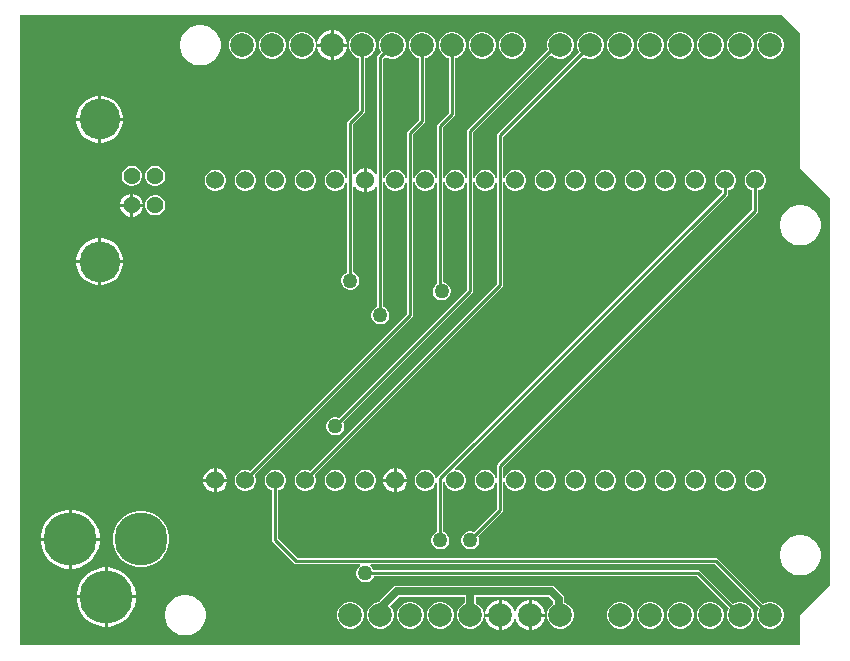
<source format=gbl>
%FSLAX66Y66*%
%MOIN*%
%SFA1B1*%

%IPPOS*%
%ADD12C,0.010000*%
%ADD19C,0.025000*%
%ADD20C,0.060000*%
%ADD21C,0.078740*%
%ADD22C,0.056338*%
%ADD23C,0.135827*%
%ADD24C,0.177165*%
%ADD25C,0.050000*%
%LNesp32-hwe-uno-1*%
%LPD*%
G36*
X2600000Y2040000D02*
Y1590000D01*
X2700000Y1490000*
Y200000*
X2600000Y100000*
Y0*
X0*
Y2100000*
X2540000*
X2600000Y2040000*
G37*
%LNesp32-hwe-uno-2*%
%LPC*%
G36*
X1046500Y2049370D02*
X1045000D01*
Y2005000*
X1089370*
Y2006500*
X1086003Y2019055*
X1079507Y2030314*
X1070314Y2039507*
X1059055Y2046003*
X1046500Y2049370*
G37*
G36*
X1035000D02*
X1033500D01*
X1020944Y2046003*
X1009685Y2039507*
X1000492Y2030314*
X993996Y2019055*
X990629Y2006500*
Y2005000*
X1035000*
Y2049370*
G37*
G36*
X2505842Y2044370D02*
X2494157D01*
X2482874Y2041346*
X2472755Y2035503*
X2464496Y2027244*
X2458653Y2017125*
X2455629Y2005842*
Y1994157*
X2458653Y1982874*
X2464496Y1972755*
X2472755Y1964496*
X2482874Y1958653*
X2494157Y1955629*
X2505842*
X2517125Y1958653*
X2527244Y1964496*
X2535503Y1972755*
X2541346Y1982874*
X2544370Y1994157*
Y2005842*
X2541346Y2017125*
X2535503Y2027244*
X2527244Y2035503*
X2517125Y2041346*
X2505842Y2044370*
G37*
G36*
X2405842D02*
X2394157D01*
X2382874Y2041346*
X2372755Y2035503*
X2364496Y2027244*
X2358653Y2017125*
X2355629Y2005842*
Y1994157*
X2358653Y1982874*
X2364496Y1972755*
X2372755Y1964496*
X2382874Y1958653*
X2394157Y1955629*
X2405842*
X2417125Y1958653*
X2427244Y1964496*
X2435503Y1972755*
X2441346Y1982874*
X2444370Y1994157*
Y2005842*
X2441346Y2017125*
X2435503Y2027244*
X2427244Y2035503*
X2417125Y2041346*
X2405842Y2044370*
G37*
G36*
X2305842D02*
X2294157D01*
X2282874Y2041346*
X2272755Y2035503*
X2264496Y2027244*
X2258653Y2017125*
X2255629Y2005842*
Y1994157*
X2258653Y1982874*
X2264496Y1972755*
X2272755Y1964496*
X2282874Y1958653*
X2294157Y1955629*
X2305842*
X2317125Y1958653*
X2327244Y1964496*
X2335503Y1972755*
X2341346Y1982874*
X2344370Y1994157*
Y2005842*
X2341346Y2017125*
X2335503Y2027244*
X2327244Y2035503*
X2317125Y2041346*
X2305842Y2044370*
G37*
G36*
X2205842D02*
X2194157D01*
X2182874Y2041346*
X2172755Y2035503*
X2164496Y2027244*
X2158653Y2017125*
X2155629Y2005842*
Y1994157*
X2158653Y1982874*
X2164496Y1972755*
X2172755Y1964496*
X2182874Y1958653*
X2194157Y1955629*
X2205842*
X2217125Y1958653*
X2227244Y1964496*
X2235503Y1972755*
X2241346Y1982874*
X2244370Y1994157*
Y2005842*
X2241346Y2017125*
X2235503Y2027244*
X2227244Y2035503*
X2217125Y2041346*
X2205842Y2044370*
G37*
G36*
X2105842D02*
X2094157D01*
X2082874Y2041346*
X2072755Y2035503*
X2064496Y2027244*
X2058653Y2017125*
X2055629Y2005842*
Y1994157*
X2058653Y1982874*
X2064496Y1972755*
X2072755Y1964496*
X2082874Y1958653*
X2094157Y1955629*
X2105842*
X2117125Y1958653*
X2127244Y1964496*
X2135503Y1972755*
X2141346Y1982874*
X2144370Y1994157*
Y2005842*
X2141346Y2017125*
X2135503Y2027244*
X2127244Y2035503*
X2117125Y2041346*
X2105842Y2044370*
G37*
G36*
X2005842D02*
X1994157D01*
X1982874Y2041346*
X1972755Y2035503*
X1964496Y2027244*
X1958653Y2017125*
X1955629Y2005842*
Y1994157*
X1958653Y1982874*
X1964496Y1972755*
X1972755Y1964496*
X1982874Y1958653*
X1994157Y1955629*
X2005842*
X2017125Y1958653*
X2027244Y1964496*
X2035503Y1972755*
X2041346Y1982874*
X2044370Y1994157*
Y2005842*
X2041346Y2017125*
X2035503Y2027244*
X2027244Y2035503*
X2017125Y2041346*
X2005842Y2044370*
G37*
G36*
X1905842D02*
X1894157D01*
X1882874Y2041346*
X1872755Y2035503*
X1864496Y2027244*
X1858653Y2017125*
X1855629Y2005842*
Y1994157*
X1858653Y1982874*
X1862240Y1976661*
X1592791Y1707208*
X1590578Y1703901*
X1589803Y1700000*
Y1555996*
X1584803Y1555338*
X1582614Y1563507*
X1578007Y1571492*
X1571492Y1578007*
X1563507Y1582614*
X1554606Y1585000*
X1545393*
X1536492Y1582614*
X1528507Y1578007*
X1521992Y1571492*
X1517385Y1563507*
X1515196Y1555338*
X1510196Y1555996*
Y1710775*
X1768334Y1968917*
X1772755Y1964496*
X1782874Y1958653*
X1794157Y1955629*
X1805842*
X1817125Y1958653*
X1827244Y1964496*
X1835503Y1972755*
X1841346Y1982874*
X1844370Y1994157*
Y2005842*
X1841346Y2017125*
X1835503Y2027244*
X1827244Y2035503*
X1817125Y2041346*
X1805842Y2044370*
X1794157*
X1782874Y2041346*
X1772755Y2035503*
X1764496Y2027244*
X1758653Y2017125*
X1755629Y2005842*
Y1994157*
X1757555Y1986972*
X1492791Y1722208*
X1490578Y1718901*
X1489803Y1715000*
Y1555996*
X1484803Y1555338*
X1482614Y1563507*
X1478007Y1571492*
X1471492Y1578007*
X1463507Y1582614*
X1454606Y1585000*
X1445393*
X1436492Y1582614*
X1428507Y1578007*
X1421992Y1571492*
X1417385Y1563507*
X1415196Y1555338*
X1410196Y1555996*
Y1725775*
X1447208Y1762791*
X1449421Y1766098*
X1450196Y1770000*
Y1956795*
X1457125Y1958653*
X1467244Y1964496*
X1475503Y1972755*
X1481346Y1982874*
X1484370Y1994157*
Y2005842*
X1481346Y2017125*
X1475503Y2027244*
X1467244Y2035503*
X1457125Y2041346*
X1445842Y2044370*
X1434157*
X1422874Y2041346*
X1412755Y2035503*
X1404496Y2027244*
X1398653Y2017125*
X1395629Y2005842*
Y1994157*
X1398653Y1982874*
X1404496Y1972755*
X1412755Y1964496*
X1422874Y1958653*
X1429803Y1956795*
Y1774224*
X1392791Y1737208*
X1390578Y1733901*
X1389803Y1730000*
Y1555996*
X1384803Y1555338*
X1382614Y1563507*
X1378007Y1571492*
X1371492Y1578007*
X1363507Y1582614*
X1354606Y1585000*
X1345393*
X1336492Y1582614*
X1328507Y1578007*
X1321992Y1571492*
X1317385Y1563507*
X1315196Y1555338*
X1310196Y1555996*
Y1703976*
X1347208Y1740988*
X1349421Y1744299*
X1350196Y1748200*
Y1956795*
X1357125Y1958653*
X1367244Y1964496*
X1375503Y1972755*
X1381346Y1982874*
X1384370Y1994157*
Y2005842*
X1381346Y2017125*
X1375503Y2027244*
X1367244Y2035503*
X1357125Y2041346*
X1345842Y2044370*
X1334157*
X1322874Y2041346*
X1312755Y2035503*
X1304496Y2027244*
X1298653Y2017125*
X1295629Y2005842*
Y1994157*
X1298653Y1982874*
X1304496Y1972755*
X1312755Y1964496*
X1322874Y1958653*
X1329803Y1956795*
Y1752421*
X1292791Y1715409*
X1290578Y1712102*
X1289803Y1708200*
Y1555996*
X1284803Y1555338*
X1282614Y1563507*
X1278007Y1571492*
X1271492Y1578007*
X1263507Y1582614*
X1254606Y1585000*
X1245393*
X1236492Y1582614*
X1228507Y1578007*
X1221992Y1571492*
X1217385Y1563507*
X1215196Y1555338*
X1210196Y1555996*
Y1955775*
X1216661Y1962240*
X1222874Y1958653*
X1234157Y1955629*
X1245842*
X1257125Y1958653*
X1267244Y1964496*
X1275503Y1972755*
X1281346Y1982874*
X1284370Y1994157*
Y2005842*
X1281346Y2017125*
X1275503Y2027244*
X1267244Y2035503*
X1257125Y2041346*
X1245842Y2044370*
X1234157*
X1222874Y2041346*
X1212755Y2035503*
X1204496Y2027244*
X1198653Y2017125*
X1195629Y2005842*
Y1994157*
X1198653Y1982874*
X1202240Y1976661*
X1192791Y1967208*
X1190578Y1963901*
X1189803Y1960000*
Y1571059*
X1184803Y1569716*
X1182007Y1574559*
X1174559Y1582007*
X1165440Y1587275*
X1155267Y1590000*
X1155000*
Y1550000*
Y1510000*
X1155267*
X1165440Y1512724*
X1174559Y1517992*
X1182007Y1525440*
X1184803Y1530283*
X1189803Y1528940*
Y1128326*
X1188421Y1127956*
X1181578Y1124003*
X1175996Y1118421*
X1172043Y1111578*
X1170000Y1103948*
Y1096051*
X1172043Y1088421*
X1175996Y1081578*
X1181578Y1075992*
X1188421Y1072043*
X1196051Y1070000*
X1203948*
X1211578Y1072043*
X1218421Y1075992*
X1224007Y1081578*
X1227956Y1088421*
X1230000Y1096051*
Y1103948*
X1227956Y1111578*
X1224007Y1118421*
X1218421Y1124003*
X1211578Y1127956*
X1210196Y1128326*
Y1544003*
X1215196Y1544661*
X1217385Y1536492*
X1221992Y1528507*
X1228507Y1521992*
X1236492Y1517385*
X1245393Y1515000*
X1254606*
X1263507Y1517385*
X1271492Y1521992*
X1278007Y1528507*
X1282614Y1536492*
X1284803Y1544661*
X1289803Y1544003*
Y1104224*
X766480Y580901*
X763507Y582614*
X754606Y585000*
X745393*
X736492Y582614*
X728507Y578007*
X721992Y571492*
X717385Y563507*
X715000Y554606*
Y545393*
X717385Y536492*
X721992Y528507*
X728507Y521992*
X736492Y517385*
X745393Y515000*
X754606*
X763507Y517385*
X771492Y521992*
X778007Y528507*
X782614Y536492*
X785000Y545393*
Y554606*
X782614Y563507*
X780901Y566480*
X1307208Y1092791*
X1309421Y1096098*
X1310196Y1100000*
Y1544003*
X1315196Y1544661*
X1317385Y1536492*
X1321992Y1528507*
X1328507Y1521992*
X1336492Y1517385*
X1345393Y1515000*
X1354606*
X1363507Y1517385*
X1371492Y1521992*
X1378007Y1528507*
X1382614Y1536492*
X1384803Y1544661*
X1389803Y1544003*
Y1205866*
X1386578Y1204007*
X1380996Y1198421*
X1377043Y1191578*
X1375000Y1183948*
Y1176051*
X1377043Y1168421*
X1380996Y1161578*
X1386578Y1155992*
X1393421Y1152043*
X1401051Y1150000*
X1408948*
X1416578Y1152043*
X1423421Y1155992*
X1429003Y1161578*
X1432956Y1168421*
X1435000Y1176051*
Y1183948*
X1432956Y1191578*
X1429003Y1198421*
X1423421Y1204007*
X1416578Y1207956*
X1410196Y1209665*
Y1544003*
X1415196Y1544661*
X1417385Y1536492*
X1421992Y1528507*
X1428507Y1521992*
X1436492Y1517385*
X1445393Y1515000*
X1454606*
X1463507Y1517385*
X1471492Y1521992*
X1478007Y1528507*
X1482614Y1536492*
X1484803Y1544661*
X1489803Y1544003*
Y1184224*
X1062818Y757240*
X1061578Y757956*
X1053948Y760000*
X1046051*
X1038421Y757956*
X1031578Y754007*
X1025992Y748421*
X1022043Y741578*
X1020000Y733948*
Y726051*
X1022043Y718421*
X1025992Y711578*
X1031578Y705992*
X1038421Y702043*
X1046051Y700000*
X1053948*
X1061578Y702043*
X1068421Y705992*
X1074007Y711578*
X1077956Y718421*
X1080000Y726051*
Y733948*
X1077956Y741578*
X1077240Y742818*
X1507208Y1172791*
X1509421Y1176098*
X1510196Y1180000*
Y1544003*
X1515196Y1544661*
X1517385Y1536492*
X1521992Y1528507*
X1528507Y1521992*
X1536492Y1517385*
X1545393Y1515000*
X1554606*
X1563507Y1517385*
X1571492Y1521992*
X1578007Y1528507*
X1582614Y1536492*
X1584803Y1544661*
X1589803Y1544003*
Y1204224*
X966480Y580901*
X963507Y582614*
X954606Y585000*
X945393*
X936492Y582614*
X928507Y578007*
X921992Y571492*
X917385Y563507*
X915000Y554606*
Y545393*
X917385Y536492*
X921992Y528507*
X928507Y521992*
X936492Y517385*
X945393Y515000*
X954606*
X963507Y517385*
X971492Y521992*
X978007Y528507*
X982614Y536492*
X985000Y545393*
Y554606*
X982614Y563507*
X980901Y566480*
X1607208Y1192791*
X1609421Y1196098*
X1610196Y1200000*
Y1544003*
X1615196Y1544661*
X1617385Y1536492*
X1621992Y1528507*
X1628507Y1521992*
X1636492Y1517385*
X1645393Y1515000*
X1654606*
X1663507Y1517385*
X1671492Y1521992*
X1678007Y1528507*
X1682614Y1536492*
X1685000Y1545393*
Y1554606*
X1682614Y1563507*
X1678007Y1571492*
X1671492Y1578007*
X1663507Y1582614*
X1654606Y1585000*
X1645393*
X1636492Y1582614*
X1628507Y1578007*
X1621992Y1571492*
X1617385Y1563507*
X1615196Y1555338*
X1610196Y1555996*
Y1695775*
X1876661Y1962240*
X1882874Y1958653*
X1894157Y1955629*
X1905842*
X1917125Y1958653*
X1927244Y1964496*
X1935503Y1972755*
X1941346Y1982874*
X1944370Y1994157*
Y2005842*
X1941346Y2017125*
X1935503Y2027244*
X1927244Y2035503*
X1917125Y2041346*
X1905842Y2044370*
G37*
G36*
X1645842D02*
X1634157D01*
X1622874Y2041346*
X1612755Y2035503*
X1604496Y2027244*
X1598653Y2017125*
X1595629Y2005842*
Y1994157*
X1598653Y1982874*
X1604496Y1972755*
X1612755Y1964496*
X1622874Y1958653*
X1634157Y1955629*
X1645842*
X1657125Y1958653*
X1667244Y1964496*
X1675503Y1972755*
X1681346Y1982874*
X1684370Y1994157*
Y2005842*
X1681346Y2017125*
X1675503Y2027244*
X1667244Y2035503*
X1657125Y2041346*
X1645842Y2044370*
G37*
G36*
X1545842D02*
X1534157D01*
X1522874Y2041346*
X1512755Y2035503*
X1504496Y2027244*
X1498653Y2017125*
X1495629Y2005842*
Y1994157*
X1498653Y1982874*
X1504496Y1972755*
X1512755Y1964496*
X1522874Y1958653*
X1534157Y1955629*
X1545842*
X1557125Y1958653*
X1567244Y1964496*
X1575503Y1972755*
X1581346Y1982874*
X1584370Y1994157*
Y2005842*
X1581346Y2017125*
X1575503Y2027244*
X1567244Y2035503*
X1557125Y2041346*
X1545842Y2044370*
G37*
G36*
X945842D02*
X934157D01*
X922874Y2041346*
X912755Y2035503*
X904496Y2027244*
X898653Y2017125*
X895629Y2005842*
Y1994157*
X898653Y1982874*
X904496Y1972755*
X912755Y1964496*
X922874Y1958653*
X934157Y1955629*
X945842*
X957125Y1958653*
X967244Y1964496*
X975503Y1972755*
X981346Y1982874*
X984370Y1994157*
Y2005842*
X981346Y2017125*
X975503Y2027244*
X967244Y2035503*
X957125Y2041346*
X945842Y2044370*
G37*
G36*
X845842D02*
X834157D01*
X822874Y2041346*
X812755Y2035503*
X804496Y2027244*
X798653Y2017125*
X795629Y2005842*
Y1994157*
X798653Y1982874*
X804496Y1972755*
X812755Y1964496*
X822874Y1958653*
X834157Y1955629*
X845842*
X857125Y1958653*
X867244Y1964496*
X875503Y1972755*
X881346Y1982874*
X884370Y1994157*
Y2005842*
X881346Y2017125*
X875503Y2027244*
X867244Y2035503*
X857125Y2041346*
X845842Y2044370*
G37*
G36*
X745842D02*
X734157D01*
X722874Y2041346*
X712755Y2035503*
X704496Y2027244*
X698653Y2017125*
X695629Y2005842*
Y1994157*
X698653Y1982874*
X704496Y1972755*
X712755Y1964496*
X722874Y1958653*
X734157Y1955629*
X745842*
X757125Y1958653*
X767244Y1964496*
X775503Y1972755*
X781346Y1982874*
X784370Y1994157*
Y2005842*
X781346Y2017125*
X775503Y2027244*
X767244Y2035503*
X757125Y2041346*
X745842Y2044370*
G37*
G36*
X1089370Y1995000D02*
X1045000D01*
Y1950629*
X1046500*
X1059055Y1953996*
X1070314Y1960496*
X1079507Y1969685*
X1086003Y1980944*
X1089370Y1993500*
Y1995000*
G37*
G36*
X1035000D02*
X990629D01*
Y1993500*
X993996Y1980944*
X1000492Y1969685*
X1009685Y1960496*
X1020944Y1953996*
X1033500Y1950629*
X1035000*
Y1995000*
G37*
G36*
X606649Y2067500D02*
X593350D01*
X580311Y2064905*
X568027Y2059818*
X556972Y2052429*
X547570Y2043027*
X540181Y2031972*
X535094Y2019688*
X532500Y2006649*
Y1993350*
X535094Y1980311*
X540181Y1968027*
X547570Y1956972*
X556972Y1947570*
X568027Y1940181*
X580311Y1935094*
X593350Y1932500*
X606649*
X619688Y1935094*
X631972Y1940181*
X643027Y1947570*
X652429Y1956972*
X659818Y1968027*
X664905Y1980311*
X667500Y1993350*
Y2006649*
X664905Y2019688*
X659818Y2031972*
X652429Y2043027*
X643027Y2052429*
X631972Y2059818*
X619688Y2064905*
X606649Y2067500*
G37*
G36*
X272240Y1830708D02*
X269566D01*
Y1757795*
X342480*
Y1760468*
X339484Y1775523*
X333614Y1789700*
X325086Y1802460*
X314232Y1813314*
X301472Y1821842*
X287291Y1827716*
X272240Y1830708*
G37*
G36*
X259566D02*
X256893D01*
X241838Y1827716*
X227661Y1821842*
X214901Y1813314*
X204047Y1802460*
X195519Y1789700*
X189645Y1775523*
X186653Y1760468*
Y1757795*
X259566*
Y1830708*
G37*
G36*
X342480Y1747795D02*
X269566D01*
Y1674881*
X272240*
X287291Y1677874*
X301472Y1683748*
X314232Y1692275*
X325086Y1703129*
X333614Y1715889*
X339484Y1730066*
X342480Y1745122*
Y1747795*
G37*
G36*
X259566D02*
X186653D01*
Y1745122*
X189645Y1730066*
X195519Y1715889*
X204047Y1703129*
X214901Y1692275*
X227661Y1683748*
X241838Y1677874*
X256893Y1674881*
X259566*
Y1747795*
G37*
G36*
X1145842Y2044370D02*
X1134157D01*
X1122874Y2041346*
X1112755Y2035503*
X1104496Y2027244*
X1098653Y2017125*
X1095629Y2005842*
Y1994157*
X1098653Y1982874*
X1104496Y1972755*
X1112755Y1964496*
X1122874Y1958653*
X1129803Y1956795*
Y1784921*
X1092791Y1747909*
X1090578Y1744602*
X1089803Y1740700*
Y1555996*
X1084803Y1555338*
X1082614Y1563507*
X1078007Y1571492*
X1071492Y1578007*
X1063507Y1582614*
X1054606Y1585000*
X1045393*
X1036492Y1582614*
X1028507Y1578007*
X1021992Y1571492*
X1017385Y1563507*
X1015000Y1554606*
Y1545393*
X1017385Y1536492*
X1021992Y1528507*
X1028507Y1521992*
X1036492Y1517385*
X1045393Y1515000*
X1054606*
X1063507Y1517385*
X1071492Y1521992*
X1078007Y1528507*
X1082614Y1536492*
X1084803Y1544661*
X1089803Y1544003*
Y1243326*
X1088421Y1242956*
X1081578Y1239007*
X1075992Y1233421*
X1072043Y1226578*
X1070000Y1218948*
Y1211051*
X1072043Y1203421*
X1075992Y1196578*
X1081578Y1190992*
X1088421Y1187043*
X1096051Y1185000*
X1103948*
X1111578Y1187043*
X1118421Y1190992*
X1124003Y1196578*
X1127956Y1203421*
X1130000Y1211051*
Y1218948*
X1127956Y1226578*
X1124003Y1233421*
X1118421Y1239007*
X1111578Y1242956*
X1110196Y1243326*
Y1528940*
X1115196Y1530283*
X1117992Y1525440*
X1125440Y1517992*
X1134559Y1512724*
X1144732Y1510000*
X1145000*
Y1550000*
Y1590000*
X1144732*
X1134559Y1587275*
X1125440Y1582007*
X1117992Y1574559*
X1115196Y1569716*
X1110196Y1571059*
Y1736476*
X1147208Y1773488*
X1149421Y1776799*
X1150196Y1780700*
Y1956795*
X1157125Y1958653*
X1167244Y1964496*
X1175503Y1972755*
X1181346Y1982874*
X1184370Y1994157*
Y2005842*
X1181346Y2017125*
X1175503Y2027244*
X1167244Y2035503*
X1157125Y2041346*
X1145842Y2044370*
G37*
G36*
X454366Y1598169D02*
X445633D01*
X437196Y1595909*
X429633Y1591543*
X423456Y1585366*
X419090Y1577803*
X416830Y1569366*
Y1560633*
X419090Y1552196*
X423456Y1544633*
X429633Y1538456*
X437196Y1534090*
X445633Y1531830*
X454366*
X462803Y1534090*
X470366Y1538456*
X476543Y1544633*
X480909Y1552196*
X483169Y1560633*
Y1569366*
X480909Y1577803*
X476543Y1585366*
X470366Y1591543*
X462803Y1595909*
X454366Y1598169*
G37*
G36*
X375625D02*
X366893D01*
X358456Y1595909*
X350893Y1591543*
X344716Y1585366*
X340350Y1577803*
X338090Y1569366*
Y1560633*
X340350Y1552196*
X344716Y1544633*
X350893Y1538456*
X358456Y1534090*
X366893Y1531830*
X375625*
X384062Y1534090*
X391625Y1538456*
X397803Y1544633*
X402169Y1552196*
X404429Y1560633*
Y1569366*
X402169Y1577803*
X397803Y1585366*
X391625Y1591543*
X384062Y1595909*
X375625Y1598169*
G37*
G36*
X2254606Y1585000D02*
X2245393D01*
X2236492Y1582614*
X2228507Y1578007*
X2221992Y1571492*
X2217385Y1563507*
X2215000Y1554606*
Y1545393*
X2217385Y1536492*
X2221992Y1528507*
X2228507Y1521992*
X2236492Y1517385*
X2245393Y1515000*
X2254606*
X2263507Y1517385*
X2271492Y1521992*
X2278007Y1528507*
X2282614Y1536492*
X2285000Y1545393*
Y1554606*
X2282614Y1563507*
X2278007Y1571492*
X2271492Y1578007*
X2263507Y1582614*
X2254606Y1585000*
G37*
G36*
X2154606D02*
X2145393D01*
X2136492Y1582614*
X2128507Y1578007*
X2121992Y1571492*
X2117385Y1563507*
X2115000Y1554606*
Y1545393*
X2117385Y1536492*
X2121992Y1528507*
X2128507Y1521992*
X2136492Y1517385*
X2145393Y1515000*
X2154606*
X2163507Y1517385*
X2171492Y1521992*
X2178007Y1528507*
X2182614Y1536492*
X2185000Y1545393*
Y1554606*
X2182614Y1563507*
X2178007Y1571492*
X2171492Y1578007*
X2163507Y1582614*
X2154606Y1585000*
G37*
G36*
X2054606D02*
X2045393D01*
X2036492Y1582614*
X2028507Y1578007*
X2021992Y1571492*
X2017385Y1563507*
X2015000Y1554606*
Y1545393*
X2017385Y1536492*
X2021992Y1528507*
X2028507Y1521992*
X2036492Y1517385*
X2045393Y1515000*
X2054606*
X2063507Y1517385*
X2071492Y1521992*
X2078007Y1528507*
X2082614Y1536492*
X2085000Y1545393*
Y1554606*
X2082614Y1563507*
X2078007Y1571492*
X2071492Y1578007*
X2063507Y1582614*
X2054606Y1585000*
G37*
G36*
X1954606D02*
X1945393D01*
X1936492Y1582614*
X1928507Y1578007*
X1921992Y1571492*
X1917385Y1563507*
X1915000Y1554606*
Y1545393*
X1917385Y1536492*
X1921992Y1528507*
X1928507Y1521992*
X1936492Y1517385*
X1945393Y1515000*
X1954606*
X1963507Y1517385*
X1971492Y1521992*
X1978007Y1528507*
X1982614Y1536492*
X1985000Y1545393*
Y1554606*
X1982614Y1563507*
X1978007Y1571492*
X1971492Y1578007*
X1963507Y1582614*
X1954606Y1585000*
G37*
G36*
X1854606D02*
X1845393D01*
X1836492Y1582614*
X1828507Y1578007*
X1821992Y1571492*
X1817385Y1563507*
X1815000Y1554606*
Y1545393*
X1817385Y1536492*
X1821992Y1528507*
X1828507Y1521992*
X1836492Y1517385*
X1845393Y1515000*
X1854606*
X1863507Y1517385*
X1871492Y1521992*
X1878007Y1528507*
X1882614Y1536492*
X1885000Y1545393*
Y1554606*
X1882614Y1563507*
X1878007Y1571492*
X1871492Y1578007*
X1863507Y1582614*
X1854606Y1585000*
G37*
G36*
X1754606D02*
X1745393D01*
X1736492Y1582614*
X1728507Y1578007*
X1721992Y1571492*
X1717385Y1563507*
X1715000Y1554606*
Y1545393*
X1717385Y1536492*
X1721992Y1528507*
X1728507Y1521992*
X1736492Y1517385*
X1745393Y1515000*
X1754606*
X1763507Y1517385*
X1771492Y1521992*
X1778007Y1528507*
X1782614Y1536492*
X1785000Y1545393*
Y1554606*
X1782614Y1563507*
X1778007Y1571492*
X1771492Y1578007*
X1763507Y1582614*
X1754606Y1585000*
G37*
G36*
X954606D02*
X945393D01*
X936492Y1582614*
X928507Y1578007*
X921992Y1571492*
X917385Y1563507*
X915000Y1554606*
Y1545393*
X917385Y1536492*
X921992Y1528507*
X928507Y1521992*
X936492Y1517385*
X945393Y1515000*
X954606*
X963507Y1517385*
X971492Y1521992*
X978007Y1528507*
X982614Y1536492*
X985000Y1545393*
Y1554606*
X982614Y1563507*
X978007Y1571492*
X971492Y1578007*
X963507Y1582614*
X954606Y1585000*
G37*
G36*
X854606D02*
X845393D01*
X836492Y1582614*
X828507Y1578007*
X821992Y1571492*
X817385Y1563507*
X815000Y1554606*
Y1545393*
X817385Y1536492*
X821992Y1528507*
X828507Y1521992*
X836492Y1517385*
X845393Y1515000*
X854606*
X863507Y1517385*
X871492Y1521992*
X878007Y1528507*
X882614Y1536492*
X885000Y1545393*
Y1554606*
X882614Y1563507*
X878007Y1571492*
X871492Y1578007*
X863507Y1582614*
X854606Y1585000*
G37*
G36*
X754606D02*
X745393D01*
X736492Y1582614*
X728507Y1578007*
X721992Y1571492*
X717385Y1563507*
X715000Y1554606*
Y1545393*
X717385Y1536492*
X721992Y1528507*
X728507Y1521992*
X736492Y1517385*
X745393Y1515000*
X754606*
X763507Y1517385*
X771492Y1521992*
X778007Y1528507*
X782614Y1536492*
X785000Y1545393*
Y1554606*
X782614Y1563507*
X778007Y1571492*
X771492Y1578007*
X763507Y1582614*
X754606Y1585000*
G37*
G36*
X654606D02*
X645393D01*
X636492Y1582614*
X628507Y1578007*
X621992Y1571492*
X617385Y1563507*
X615000Y1554606*
Y1545393*
X617385Y1536492*
X621992Y1528507*
X628507Y1521992*
X636492Y1517385*
X645393Y1515000*
X654606*
X663507Y1517385*
X671492Y1521992*
X678007Y1528507*
X682614Y1536492*
X685000Y1545393*
Y1554606*
X682614Y1563507*
X678007Y1571492*
X671492Y1578007*
X663507Y1582614*
X654606Y1585000*
G37*
G36*
X376283Y1504744D02*
X376259D01*
Y1471574*
X409429*
Y1471598*
X406826Y1481307*
X401803Y1490011*
X394696Y1497118*
X385992Y1502141*
X376283Y1504744*
G37*
G36*
X366259D02*
X366236D01*
X356527Y1502141*
X347822Y1497118*
X340716Y1490011*
X335692Y1481307*
X333090Y1471598*
Y1471574*
X366259*
Y1504744*
G37*
G36*
X454366Y1499744D02*
X445633D01*
X437196Y1497484*
X429633Y1493118*
X423456Y1486940*
X419090Y1479377*
X416830Y1470940*
Y1462208*
X419090Y1453771*
X423456Y1446208*
X429633Y1440031*
X437196Y1435665*
X445633Y1433405*
X454366*
X462803Y1435665*
X470366Y1440031*
X476543Y1446208*
X480909Y1453771*
X483169Y1462208*
Y1470940*
X480909Y1479377*
X476543Y1486940*
X470366Y1493118*
X462803Y1497484*
X454366Y1499744*
G37*
G36*
X409429Y1461574D02*
X376259D01*
Y1428405*
X376283*
X385992Y1431007*
X394696Y1436031*
X401803Y1443137*
X406826Y1451842*
X409429Y1461551*
Y1461574*
G37*
G36*
X366259D02*
X333090D01*
Y1461551*
X335692Y1451842*
X340716Y1443137*
X347822Y1436031*
X356527Y1431007*
X366236Y1428405*
X366259*
Y1461574*
G37*
G36*
X2606649Y1467500D02*
X2593350D01*
X2580311Y1464905*
X2568027Y1459818*
X2556972Y1452429*
X2547570Y1443027*
X2540181Y1431972*
X2535094Y1419688*
X2532500Y1406649*
Y1393350*
X2535094Y1380311*
X2540181Y1368027*
X2547570Y1356972*
X2556972Y1347570*
X2568027Y1340181*
X2580311Y1335094*
X2593350Y1332500*
X2606649*
X2619688Y1335094*
X2631972Y1340181*
X2643027Y1347570*
X2652429Y1356972*
X2659818Y1368027*
X2664905Y1380311*
X2667500Y1393350*
Y1406649*
X2664905Y1419688*
X2659818Y1431972*
X2652429Y1443027*
X2643027Y1452429*
X2631972Y1459818*
X2619688Y1464905*
X2606649Y1467500*
G37*
G36*
X272240Y1356692D02*
X269566D01*
Y1283779*
X342480*
Y1286452*
X339484Y1301507*
X333614Y1315685*
X325086Y1328444*
X314232Y1339299*
X301472Y1347826*
X287291Y1353696*
X272240Y1356692*
G37*
G36*
X259566D02*
X256893D01*
X241838Y1353696*
X227661Y1347826*
X214901Y1339299*
X204047Y1328444*
X195519Y1315685*
X189645Y1301507*
X186653Y1286452*
Y1283779*
X259566*
Y1356692*
G37*
G36*
X342480Y1273779D02*
X269566D01*
Y1200866*
X272240*
X287291Y1203862*
X301472Y1209732*
X314232Y1218259*
X325086Y1229114*
X333614Y1241874*
X339484Y1256051*
X342480Y1271106*
Y1273779*
G37*
G36*
X259566D02*
X186653D01*
Y1271106*
X189645Y1256051*
X195519Y1241874*
X204047Y1229114*
X214901Y1218259*
X227661Y1209732*
X241838Y1203862*
X256893Y1200866*
X259566*
Y1273779*
G37*
G36*
X2454606Y1585000D02*
X2445393D01*
X2436492Y1582614*
X2428507Y1578007*
X2421992Y1571492*
X2417385Y1563507*
X2415000Y1554606*
Y1545393*
X2417385Y1536492*
X2421992Y1528507*
X2428507Y1521992*
X2436492Y1517385*
X2439803Y1516496*
Y1452559*
X1592791Y605547*
X1590578Y602240*
X1589803Y598334*
Y555996*
X1584803Y555338*
X1582614Y563507*
X1578007Y571492*
X1571492Y578007*
X1563507Y582614*
X1554606Y585000*
X1545393*
X1536492Y582614*
X1528507Y578007*
X1521992Y571492*
X1517385Y563507*
X1515000Y554606*
Y545393*
X1517385Y536492*
X1521992Y528507*
X1528507Y521992*
X1536492Y517385*
X1545393Y515000*
X1554606*
X1563507Y517385*
X1571492Y521992*
X1578007Y528507*
X1582614Y536492*
X1584803Y544661*
X1589803Y544003*
Y454224*
X1512818Y377240*
X1511578Y377956*
X1503948Y380000*
X1496051*
X1488421Y377956*
X1481578Y374007*
X1475992Y368421*
X1472043Y361578*
X1470000Y353948*
Y346051*
X1472043Y338421*
X1475992Y331578*
X1481578Y325992*
X1488421Y322043*
X1496051Y320000*
X1503948*
X1511578Y322043*
X1518421Y325992*
X1524007Y331578*
X1527956Y338421*
X1530000Y346051*
Y353948*
X1527956Y361578*
X1527240Y362818*
X1607208Y442791*
X1609421Y446098*
X1610196Y450000*
Y544003*
X1615196Y544661*
X1617385Y536492*
X1621992Y528507*
X1628507Y521992*
X1636492Y517385*
X1645393Y515000*
X1654606*
X1663507Y517385*
X1671492Y521992*
X1678007Y528507*
X1682614Y536492*
X1685000Y545393*
Y554606*
X1682614Y563507*
X1678007Y571492*
X1671492Y578007*
X1663507Y582614*
X1654606Y585000*
X1645393*
X1636492Y582614*
X1628507Y578007*
X1621992Y571492*
X1617385Y563507*
X1615196Y555338*
X1610196Y555996*
Y594114*
X2457208Y1441125*
X2459421Y1444433*
X2460196Y1448334*
Y1516496*
X2463507Y1517385*
X2471492Y1521992*
X2478007Y1528507*
X2482614Y1536492*
X2485000Y1545393*
Y1554606*
X2482614Y1563507*
X2478007Y1571492*
X2471492Y1578007*
X2463507Y1582614*
X2454606Y1585000*
G37*
G36*
X2354606D02*
X2345393D01*
X2336492Y1582614*
X2328507Y1578007*
X2321992Y1571492*
X2317385Y1563507*
X2315000Y1554606*
Y1545393*
X2317385Y1536492*
X2321992Y1528507*
X2328507Y1521992*
X2336492Y1517385*
X2338236Y1516917*
Y1509224*
X1392791Y563779*
X1390578Y560472*
X1389803Y556566*
Y555996*
X1384803Y555338*
X1382614Y563507*
X1378007Y571492*
X1371492Y578007*
X1363507Y582614*
X1354606Y585000*
X1345393*
X1336492Y582614*
X1328507Y578007*
X1321992Y571492*
X1317385Y563507*
X1315000Y554606*
Y545393*
X1317385Y536492*
X1321992Y528507*
X1328507Y521992*
X1336492Y517385*
X1345393Y515000*
X1354606*
X1363507Y517385*
X1371492Y521992*
X1378007Y528507*
X1382614Y536492*
X1384803Y544661*
X1389803Y544003*
Y378326*
X1388421Y377956*
X1381578Y374007*
X1375992Y368421*
X1372043Y361578*
X1370000Y353948*
Y346051*
X1372043Y338421*
X1375992Y331578*
X1381578Y325992*
X1388421Y322043*
X1396051Y320000*
X1403948*
X1411578Y322043*
X1418421Y325992*
X1424007Y331578*
X1427956Y338421*
X1430000Y346051*
Y353948*
X1427956Y361578*
X1424007Y368421*
X1418421Y374007*
X1411578Y377956*
X1410196Y378326*
Y544003*
X1415196Y544661*
X1417385Y536492*
X1421992Y528507*
X1428507Y521992*
X1436492Y517385*
X1445393Y515000*
X1454606*
X1463507Y517385*
X1471492Y521992*
X1478007Y528507*
X1482614Y536492*
X1485000Y545393*
Y554606*
X1482614Y563507*
X1478007Y571492*
X1471492Y578007*
X1463507Y582614*
X1454606Y585000*
X1449921*
X1447850Y590000*
X2355641Y1497791*
X2357850Y1501098*
X2358625Y1505000*
Y1516078*
X2363507Y1517385*
X2371492Y1521992*
X2378007Y1528507*
X2382614Y1536492*
X2385000Y1545393*
Y1554606*
X2382614Y1563507*
X2378007Y1571492*
X2371492Y1578007*
X2363507Y1582614*
X2354606Y1585000*
G37*
G36*
X1255267Y590000D02*
X1255000D01*
Y555000*
X1290000*
Y555267*
X1287275Y565440*
X1282007Y574559*
X1274559Y582007*
X1265440Y587275*
X1255267Y590000*
G37*
G36*
X1245000D02*
X1244732D01*
X1234559Y587275*
X1225440Y582007*
X1217992Y574559*
X1212724Y565440*
X1210000Y555267*
Y555000*
X1245000*
Y590000*
G37*
G36*
X655267D02*
X655000D01*
Y555000*
X690000*
Y555267*
X687275Y565440*
X682007Y574559*
X674559Y582007*
X665440Y587275*
X655267Y590000*
G37*
G36*
X645000D02*
X644732D01*
X634559Y587275*
X625440Y582007*
X617992Y574559*
X612724Y565440*
X610000Y555267*
Y555000*
X645000*
Y590000*
G37*
G36*
X2454606Y585000D02*
X2445393D01*
X2436492Y582614*
X2428507Y578007*
X2421992Y571492*
X2417385Y563507*
X2415000Y554606*
Y545393*
X2417385Y536492*
X2421992Y528507*
X2428507Y521992*
X2436492Y517385*
X2445393Y515000*
X2454606*
X2463507Y517385*
X2471492Y521992*
X2478007Y528507*
X2482614Y536492*
X2485000Y545393*
Y554606*
X2482614Y563507*
X2478007Y571492*
X2471492Y578007*
X2463507Y582614*
X2454606Y585000*
G37*
G36*
X2354606D02*
X2345393D01*
X2336492Y582614*
X2328507Y578007*
X2321992Y571492*
X2317385Y563507*
X2315000Y554606*
Y545393*
X2317385Y536492*
X2321992Y528507*
X2328507Y521992*
X2336492Y517385*
X2345393Y515000*
X2354606*
X2363507Y517385*
X2371492Y521992*
X2378007Y528507*
X2382614Y536492*
X2385000Y545393*
Y554606*
X2382614Y563507*
X2378007Y571492*
X2371492Y578007*
X2363507Y582614*
X2354606Y585000*
G37*
G36*
X2254606D02*
X2245393D01*
X2236492Y582614*
X2228507Y578007*
X2221992Y571492*
X2217385Y563507*
X2215000Y554606*
Y545393*
X2217385Y536492*
X2221992Y528507*
X2228507Y521992*
X2236492Y517385*
X2245393Y515000*
X2254606*
X2263507Y517385*
X2271492Y521992*
X2278007Y528507*
X2282614Y536492*
X2285000Y545393*
Y554606*
X2282614Y563507*
X2278007Y571492*
X2271492Y578007*
X2263507Y582614*
X2254606Y585000*
G37*
G36*
X2154606D02*
X2145393D01*
X2136492Y582614*
X2128507Y578007*
X2121992Y571492*
X2117385Y563507*
X2115000Y554606*
Y545393*
X2117385Y536492*
X2121992Y528507*
X2128507Y521992*
X2136492Y517385*
X2145393Y515000*
X2154606*
X2163507Y517385*
X2171492Y521992*
X2178007Y528507*
X2182614Y536492*
X2185000Y545393*
Y554606*
X2182614Y563507*
X2178007Y571492*
X2171492Y578007*
X2163507Y582614*
X2154606Y585000*
G37*
G36*
X2054606D02*
X2045393D01*
X2036492Y582614*
X2028507Y578007*
X2021992Y571492*
X2017385Y563507*
X2015000Y554606*
Y545393*
X2017385Y536492*
X2021992Y528507*
X2028507Y521992*
X2036492Y517385*
X2045393Y515000*
X2054606*
X2063507Y517385*
X2071492Y521992*
X2078007Y528507*
X2082614Y536492*
X2085000Y545393*
Y554606*
X2082614Y563507*
X2078007Y571492*
X2071492Y578007*
X2063507Y582614*
X2054606Y585000*
G37*
G36*
X1954606D02*
X1945393D01*
X1936492Y582614*
X1928507Y578007*
X1921992Y571492*
X1917385Y563507*
X1915000Y554606*
Y545393*
X1917385Y536492*
X1921992Y528507*
X1928507Y521992*
X1936492Y517385*
X1945393Y515000*
X1954606*
X1963507Y517385*
X1971492Y521992*
X1978007Y528507*
X1982614Y536492*
X1985000Y545393*
Y554606*
X1982614Y563507*
X1978007Y571492*
X1971492Y578007*
X1963507Y582614*
X1954606Y585000*
G37*
G36*
X1854606D02*
X1845393D01*
X1836492Y582614*
X1828507Y578007*
X1821992Y571492*
X1817385Y563507*
X1815000Y554606*
Y545393*
X1817385Y536492*
X1821992Y528507*
X1828507Y521992*
X1836492Y517385*
X1845393Y515000*
X1854606*
X1863507Y517385*
X1871492Y521992*
X1878007Y528507*
X1882614Y536492*
X1885000Y545393*
Y554606*
X1882614Y563507*
X1878007Y571492*
X1871492Y578007*
X1863507Y582614*
X1854606Y585000*
G37*
G36*
X1754606D02*
X1745393D01*
X1736492Y582614*
X1728507Y578007*
X1721992Y571492*
X1717385Y563507*
X1715000Y554606*
Y545393*
X1717385Y536492*
X1721992Y528507*
X1728507Y521992*
X1736492Y517385*
X1745393Y515000*
X1754606*
X1763507Y517385*
X1771492Y521992*
X1778007Y528507*
X1782614Y536492*
X1785000Y545393*
Y554606*
X1782614Y563507*
X1778007Y571492*
X1771492Y578007*
X1763507Y582614*
X1754606Y585000*
G37*
G36*
X1154606D02*
X1145393D01*
X1136492Y582614*
X1128507Y578007*
X1121992Y571492*
X1117385Y563507*
X1115000Y554606*
Y545393*
X1117385Y536492*
X1121992Y528507*
X1128507Y521992*
X1136492Y517385*
X1145393Y515000*
X1154606*
X1163507Y517385*
X1171492Y521992*
X1178007Y528507*
X1182614Y536492*
X1185000Y545393*
Y554606*
X1182614Y563507*
X1178007Y571492*
X1171492Y578007*
X1163507Y582614*
X1154606Y585000*
G37*
G36*
X1054606D02*
X1045393D01*
X1036492Y582614*
X1028507Y578007*
X1021992Y571492*
X1017385Y563507*
X1015000Y554606*
Y545393*
X1017385Y536492*
X1021992Y528507*
X1028507Y521992*
X1036492Y517385*
X1045393Y515000*
X1054606*
X1063507Y517385*
X1071492Y521992*
X1078007Y528507*
X1082614Y536492*
X1085000Y545393*
Y554606*
X1082614Y563507*
X1078007Y571492*
X1071492Y578007*
X1063507Y582614*
X1054606Y585000*
G37*
G36*
X1290000Y545000D02*
X1255000D01*
Y510000*
X1255267*
X1265440Y512724*
X1274559Y517992*
X1282007Y525440*
X1287275Y534559*
X1290000Y544732*
Y545000*
G37*
G36*
X1245000D02*
X1210000D01*
Y544732*
X1212724Y534559*
X1217992Y525440*
X1225440Y517992*
X1234559Y512724*
X1244732Y510000*
X1245000*
Y545000*
G37*
G36*
X690000D02*
X655000D01*
Y510000*
X655267*
X665440Y512724*
X674559Y517992*
X682007Y525440*
X687275Y534559*
X690000Y544732*
Y545000*
G37*
G36*
X645000D02*
X610000D01*
Y544732*
X612724Y534559*
X617992Y525440*
X625440Y517992*
X634559Y512724*
X644732Y510000*
X645000*
Y545000*
G37*
G36*
X176244Y452322D02*
X171535D01*
Y358740*
X265118*
Y363448*
X261330Y382496*
X253897Y400437*
X243110Y416582*
X229377Y430314*
X213232Y441102*
X195291Y448535*
X176244Y452322*
G37*
G36*
X161535D02*
X156826D01*
X137779Y448535*
X119838Y441102*
X103692Y430314*
X89960Y416582*
X79173Y400437*
X71740Y382496*
X67952Y363448*
Y358740*
X161535*
Y452322*
G37*
G36*
X411972Y447322D02*
X393539D01*
X375456Y443728*
X358429Y436673*
X343102Y426429*
X330066Y413393*
X319822Y398066*
X312767Y381039*
X309173Y362956*
Y344523*
X312767Y326440*
X319822Y309413*
X330066Y294082*
X343102Y281051*
X358429Y270807*
X375456Y263751*
X393539Y260157*
X411972*
X430055Y263751*
X447082Y270807*
X462409Y281051*
X475444Y294082*
X485688Y309413*
X492740Y326440*
X496338Y344523*
Y362956*
X492740Y381039*
X485688Y398066*
X475444Y413393*
X462409Y426429*
X447082Y436673*
X430055Y443728*
X411972Y447322*
G37*
G36*
X265118Y348740D02*
X171535D01*
Y255157*
X176244*
X195291Y258944*
X213232Y266377*
X229377Y277165*
X243110Y290897*
X253897Y307043*
X261330Y324984*
X265118Y344031*
Y348740*
G37*
G36*
X161535D02*
X67952D01*
Y344031*
X71740Y324984*
X79173Y307043*
X89960Y290897*
X103692Y277165*
X119838Y266377*
X137779Y258944*
X156826Y255157*
X161535*
Y348740*
G37*
G36*
X2606649Y367500D02*
X2593350D01*
X2580311Y364905*
X2568027Y359818*
X2556972Y352429*
X2547570Y343027*
X2540181Y331972*
X2535094Y319688*
X2532500Y306649*
Y293350*
X2535094Y280311*
X2540181Y268027*
X2547570Y256972*
X2556972Y247570*
X2568027Y240181*
X2580311Y235094*
X2593350Y232500*
X2606649*
X2619688Y235094*
X2631972Y240181*
X2643027Y247570*
X2652429Y256972*
X2659818Y268027*
X2664905Y280311*
X2667500Y293350*
Y306649*
X2664905Y319688*
X2659818Y331972*
X2652429Y343027*
X2643027Y352429*
X2631972Y359818*
X2619688Y364905*
X2606649Y367500*
G37*
G36*
X296322Y259409D02*
X291614D01*
Y165826*
X385196*
Y170535*
X381409Y189582*
X373976Y207523*
X363188Y223669*
X349456Y237401*
X333311Y248188*
X315370Y255622*
X296322Y259409*
G37*
G36*
X281614D02*
X276905D01*
X257858Y255622*
X239917Y248188*
X223771Y237401*
X210039Y223669*
X199251Y207523*
X191818Y189582*
X188031Y170535*
Y165826*
X281614*
Y259409*
G37*
G36*
X1695000Y149370D02*
X1693500D01*
X1680944Y146003*
X1669685Y139507*
X1660496Y130314*
X1653996Y119055*
X1652586Y113807*
X1647413*
X1646003Y119055*
X1639507Y130314*
X1630314Y139507*
X1619055Y146003*
X1606500Y149370*
X1605000*
Y100000*
Y50629*
X1606500*
X1619055Y53996*
X1630314Y60496*
X1639507Y69685*
X1646003Y80944*
X1647413Y86192*
X1652586*
X1653996Y80944*
X1660496Y69685*
X1669685Y60496*
X1680944Y53996*
X1693500Y50629*
X1695000*
Y100000*
Y149370*
G37*
G36*
X1706500D02*
X1705000D01*
Y105000*
X1749370*
Y106500*
X1746003Y119055*
X1739503Y130314*
X1730314Y139507*
X1719055Y146003*
X1706500Y149370*
G37*
G36*
X1595000D02*
X1593500D01*
X1580944Y146003*
X1569685Y139507*
X1560496Y130314*
X1553996Y119055*
X1550629Y106500*
Y105000*
X1595000*
Y149370*
G37*
G36*
X385196Y155826D02*
X291614D01*
Y62244*
X296322*
X315370Y66031*
X333311Y73464*
X349456Y84251*
X363188Y97984*
X373976Y114129*
X381409Y132070*
X385196Y151118*
Y155826*
G37*
G36*
X281614D02*
X188031D01*
Y151118*
X191818Y132070*
X199251Y114129*
X210039Y97984*
X223771Y84251*
X239917Y73464*
X257858Y66031*
X276905Y62244*
X281614*
Y155826*
G37*
G36*
X854606Y585000D02*
X845393D01*
X836492Y582614*
X828507Y578007*
X821992Y571492*
X817385Y563507*
X815000Y554606*
Y545393*
X817385Y536492*
X821992Y528507*
X828507Y521992*
X836492Y517385*
X839803Y516496*
Y350000*
X840578Y346098*
X842791Y342791*
X912791Y272791*
X916098Y270578*
X920000Y269803*
X1131622*
X1132960Y264803*
X1131578Y264003*
X1125996Y258421*
X1122043Y251578*
X1120000Y243948*
Y236051*
X1122043Y228421*
X1125996Y221578*
X1131578Y215992*
X1138421Y212043*
X1146051Y210000*
X1153948*
X1161578Y212043*
X1168421Y215992*
X1174003Y221578*
X1177956Y228421*
X1178326Y229803*
X2255775*
X2362240Y123338*
X2358653Y117125*
X2355629Y105842*
Y94157*
X2358653Y82874*
X2364496Y72755*
X2372755Y64496*
X2382874Y58653*
X2394157Y55629*
X2405842*
X2417125Y58653*
X2427244Y64496*
X2435503Y72755*
X2441346Y82874*
X2444370Y94157*
Y105842*
X2441346Y117125*
X2435503Y127244*
X2427244Y135503*
X2417125Y141346*
X2405842Y144370*
X2394157*
X2382874Y141346*
X2376661Y137759*
X2267208Y247208*
X2263901Y249421*
X2260000Y250196*
X1178326*
X1177956Y251578*
X1174003Y258421*
X1168421Y264003*
X1167039Y264803*
X1168377Y269803*
X2315775*
X2462240Y123338*
X2458653Y117125*
X2455629Y105842*
Y94157*
X2458653Y82874*
X2464496Y72755*
X2472755Y64496*
X2482874Y58653*
X2494157Y55629*
X2505842*
X2517125Y58653*
X2527244Y64496*
X2535503Y72755*
X2541346Y82874*
X2544370Y94157*
Y105842*
X2541346Y117125*
X2535503Y127244*
X2527244Y135503*
X2517125Y141346*
X2505842Y144370*
X2494157*
X2482874Y141346*
X2476661Y137759*
X2327208Y287208*
X2323901Y289421*
X2320000Y290196*
X924224*
X860196Y354224*
Y516496*
X863507Y517385*
X871492Y521992*
X878007Y528507*
X882614Y536492*
X885000Y545393*
Y554606*
X882614Y563507*
X878007Y571492*
X871492Y578007*
X863507Y582614*
X854606Y585000*
G37*
G36*
X2305842Y144370D02*
X2294157D01*
X2282874Y141346*
X2272755Y135503*
X2264496Y127244*
X2258653Y117125*
X2255629Y105842*
Y94157*
X2258653Y82874*
X2264496Y72755*
X2272755Y64496*
X2282874Y58653*
X2294157Y55629*
X2305842*
X2317125Y58653*
X2327244Y64496*
X2335503Y72755*
X2341346Y82874*
X2344370Y94157*
Y105842*
X2341346Y117125*
X2335503Y127244*
X2327244Y135503*
X2317125Y141346*
X2305842Y144370*
G37*
G36*
X2205842D02*
X2194157D01*
X2182874Y141346*
X2172755Y135503*
X2164496Y127244*
X2158653Y117125*
X2155629Y105842*
Y94157*
X2158653Y82874*
X2164496Y72755*
X2172755Y64496*
X2182874Y58653*
X2194157Y55629*
X2205842*
X2217125Y58653*
X2227244Y64496*
X2235503Y72755*
X2241346Y82874*
X2244370Y94157*
Y105842*
X2241346Y117125*
X2235503Y127244*
X2227244Y135503*
X2217125Y141346*
X2205842Y144370*
G37*
G36*
X2105842D02*
X2094157D01*
X2082874Y141346*
X2072755Y135503*
X2064496Y127244*
X2058653Y117125*
X2055629Y105842*
Y94157*
X2058653Y82874*
X2064496Y72755*
X2072755Y64496*
X2082874Y58653*
X2094157Y55629*
X2105842*
X2117125Y58653*
X2127244Y64496*
X2135503Y72755*
X2141346Y82874*
X2144370Y94157*
Y105842*
X2141346Y117125*
X2135503Y127244*
X2127244Y135503*
X2117125Y141346*
X2105842Y144370*
G37*
G36*
X2005842D02*
X1994157D01*
X1982874Y141346*
X1972755Y135503*
X1964496Y127244*
X1958653Y117125*
X1955629Y105842*
Y94157*
X1958653Y82874*
X1964496Y72755*
X1972755Y64496*
X1982874Y58653*
X1994157Y55629*
X2005842*
X2017125Y58653*
X2027244Y64496*
X2035503Y72755*
X2041346Y82874*
X2044370Y94157*
Y105842*
X2041346Y117125*
X2035503Y127244*
X2027244Y135503*
X2017125Y141346*
X2005842Y144370*
G37*
G36*
X1770000Y197842D02*
X1255000D01*
X1248173Y196484*
X1242381Y192618*
X1197665Y147897*
X1195307Y144370*
X1194157*
X1182874Y141346*
X1172755Y135503*
X1164496Y127244*
X1158653Y117125*
X1155629Y105842*
Y94157*
X1158653Y82874*
X1164496Y72755*
X1172755Y64496*
X1182874Y58653*
X1194157Y55629*
X1205842*
X1217125Y58653*
X1227244Y64496*
X1235503Y72755*
X1241346Y82874*
X1244370Y94157*
Y105842*
X1241346Y117125*
X1235503Y127244*
X1231492Y131255*
X1262389Y162157*
X1482157*
Y140933*
X1472755Y135503*
X1464496Y127244*
X1458653Y117125*
X1455629Y105842*
Y94157*
X1458653Y82874*
X1464496Y72755*
X1472755Y64496*
X1482874Y58653*
X1494157Y55629*
X1505842*
X1517125Y58653*
X1527244Y64496*
X1535503Y72755*
X1541346Y82874*
X1544370Y94157*
Y105842*
X1541346Y117125*
X1535503Y127244*
X1527244Y135503*
X1517842Y140933*
Y162157*
X1762610*
X1777157Y147610*
Y138047*
X1772755Y135503*
X1764496Y127244*
X1758653Y117125*
X1755629Y105842*
Y94157*
X1758653Y82874*
X1764496Y72755*
X1772755Y64496*
X1782874Y58653*
X1794157Y55629*
X1805842*
X1817125Y58653*
X1827244Y64496*
X1835503Y72755*
X1841346Y82874*
X1844370Y94157*
Y105842*
X1841346Y117125*
X1835503Y127244*
X1827244Y135503*
X1817125Y141346*
X1812842Y142492*
Y155000*
X1811484Y161826*
X1807618Y167618*
X1782618Y192618*
X1776826Y196484*
X1770000Y197842*
G37*
G36*
X1405842Y144370D02*
X1394157D01*
X1382874Y141346*
X1372755Y135503*
X1364496Y127244*
X1358653Y117125*
X1355629Y105842*
Y94157*
X1358653Y82874*
X1364496Y72755*
X1372755Y64496*
X1382874Y58653*
X1394157Y55629*
X1405842*
X1417125Y58653*
X1427244Y64496*
X1435503Y72755*
X1441346Y82874*
X1444370Y94157*
Y105842*
X1441346Y117125*
X1435503Y127244*
X1427244Y135503*
X1417125Y141346*
X1405842Y144370*
G37*
G36*
X1305842D02*
X1294157D01*
X1282874Y141346*
X1272755Y135503*
X1264496Y127244*
X1258653Y117125*
X1255629Y105842*
Y94157*
X1258653Y82874*
X1264496Y72755*
X1272755Y64496*
X1282874Y58653*
X1294157Y55629*
X1305842*
X1317125Y58653*
X1327244Y64496*
X1335503Y72755*
X1341346Y82874*
X1344370Y94157*
Y105842*
X1341346Y117125*
X1335503Y127244*
X1327244Y135503*
X1317125Y141346*
X1305842Y144370*
G37*
G36*
X1105842D02*
X1094157D01*
X1082874Y141346*
X1072755Y135503*
X1064496Y127244*
X1058653Y117125*
X1055629Y105842*
Y94157*
X1058653Y82874*
X1064496Y72755*
X1072755Y64496*
X1082874Y58653*
X1094157Y55629*
X1105842*
X1117125Y58653*
X1127244Y64496*
X1135503Y72755*
X1141346Y82874*
X1144370Y94157*
Y105842*
X1141346Y117125*
X1135503Y127244*
X1127244Y135503*
X1117125Y141346*
X1105842Y144370*
G37*
G36*
X1749370Y95000D02*
X1705000D01*
Y50629*
X1706500*
X1719055Y53996*
X1730314Y60496*
X1739503Y69685*
X1746003Y80944*
X1749370Y93500*
Y95000*
G37*
G36*
X1595000D02*
X1550629D01*
Y93500*
X1553996Y80944*
X1560496Y69685*
X1569685Y60496*
X1580944Y53996*
X1593500Y50629*
X1595000*
Y95000*
G37*
G36*
X556649Y167500D02*
X543350D01*
X530311Y164905*
X518027Y159818*
X506972Y152429*
X497570Y143027*
X490181Y131972*
X485094Y119688*
X482500Y106649*
Y93350*
X485094Y80311*
X490181Y68027*
X497570Y56972*
X506972Y47570*
X518027Y40181*
X530311Y35094*
X543350Y32500*
X556649*
X569688Y35094*
X581972Y40181*
X593027Y47570*
X602429Y56972*
X609818Y68027*
X614905Y80311*
X617500Y93350*
Y106649*
X614905Y119688*
X609818Y131972*
X602429Y143027*
X593027Y152429*
X581972Y159818*
X569688Y164905*
X556649Y167500*
G37*
%LNesp32-hwe-uno-3*%
%LPD*%
G54D12*
X1200000Y1960000D02*
X1240000Y2000000D01*
X1200000Y1100000D02*
Y1960000D01*
X1600000Y598334D02*
X2450000Y1448334D01*
X1500000Y350000D02*
X1600000Y450000D01*
Y598334*
X1400000Y350000D02*
Y556566D01*
X2348433Y1505000*
Y1548433*
X2350000Y1550000*
Y1574803*
X850000Y350000D02*
Y550000D01*
X920000Y280000D02*
X2320000D01*
X850000Y350000D02*
X920000Y280000D01*
X1300000Y1100000D02*
Y1708200D01*
X750000Y550000D02*
X1300000Y1100000D01*
X2450000Y1550000D02*
Y1574803D01*
Y1550000D02*
Y1553649D01*
Y1448334D02*
Y1550000D01*
X1500000Y1180000D02*
Y1715000D01*
X1785000Y2000000D02*
X1800000D01*
X1500000Y1715000D02*
X1785000Y2000000D01*
X1400000Y1730000D02*
X1440000Y1770000D01*
X1400000Y1185000D02*
Y1730000D01*
X1440000Y1770000D02*
Y2000000D01*
X1100000Y1215000D02*
Y1740700D01*
X1140000Y1780700*
Y2000000*
X1340000Y1748200D02*
Y2000000D01*
X1300000Y1708200D02*
X1340000Y1748200D01*
X1400000Y1185000D02*
X1405000Y1180000D01*
X1050000Y730000D02*
X1500000Y1180000D01*
X2260000Y240000D02*
X2400000Y100000D01*
X1150000Y240000D02*
X2260000D01*
X950000Y550000D02*
X1600000Y1200000D01*
Y1700000*
X1900000Y2000000*
X2320000Y280000D02*
X2500000Y100000D01*
G54D19*
X1255000Y180000D02*
X1495000D01*
X1200000Y100000D02*
X1210283Y110283D01*
Y135283*
X1255000Y180000*
X1495000D02*
X1770000D01*
X1500000Y100000D02*
Y175000D01*
X1495000Y180000D02*
X1500000Y175000D01*
X1770000Y180000D02*
X1795000Y155000D01*
Y105000D02*
Y155000D01*
Y105000D02*
X1800000Y100000D01*
G54D20*
X2450000Y550000D03*
X2350000D03*
X2250000D03*
X2150000D03*
X2050000D03*
X1950000D03*
X1850000D03*
X1750000D03*
X1650000D03*
X1550000D03*
X1450000D03*
X1350000D03*
X1250000D03*
X1150000D03*
X1050000D03*
X950000D03*
X850000D03*
X750000D03*
X650000D03*
Y1550000D03*
X750000D03*
X850000D03*
X950000D03*
X1050000D03*
X1150000D03*
X1250000D03*
X1350000D03*
X1450000D03*
X1550000D03*
X1650000D03*
X1750000D03*
X1850000D03*
X1950000D03*
X2050000D03*
X2150000D03*
X2250000D03*
X2350000D03*
X2450000D03*
G54D21*
X2500000Y2000000D03*
X2400000D03*
X2300000D03*
X2100000D03*
X2000000D03*
X1900000D03*
X1800000D03*
X2200000D03*
X1800000Y100000D03*
X1700000D03*
X1600000D03*
X1400000D03*
X1300000D03*
X1200000D03*
X1100000D03*
X1500000D03*
X740000Y2000000D03*
X840000D03*
X940000D03*
X1140000D03*
X1240000D03*
X1340000D03*
X1440000D03*
X1540000D03*
X1640000D03*
X1040000D03*
X2500000Y100000D03*
X2400000D03*
X2300000D03*
X2100000D03*
X2000000D03*
X2200000D03*
G54D22*
X450000Y1565000D03*
X371259D03*
X450000Y1466574D03*
X371259D03*
G54D23*
X264566Y1752795D03*
Y1278779D03*
G54D24*
X402755Y353740D03*
X286614Y160826D03*
X166535Y353740D03*
G54D25*
X1200000Y1100000D03*
X1500000Y350000D03*
X1400000D03*
X1100000Y1215000D03*
X1405000Y1180000D03*
X1050000Y730000D03*
X1150000Y240000D03*
M02*
</source>
